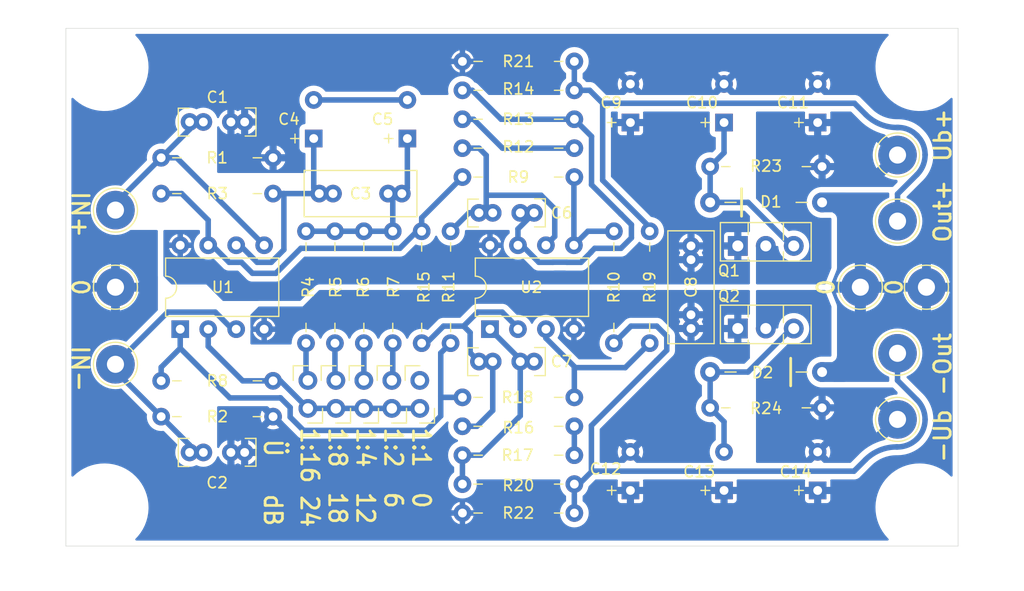
<source format=kicad_pcb>
(kicad_pcb (version 20211014) (generator pcbnew)
  (title_block (title "Thel Sym-Controller 'SYM-C' (as of 2016)") (rev "1.0") (comment 1 "except the GND output solderpins (using the thick ones [2mm] here)") (comment 2 "PCB is not the original -> but like the original = exactly the same component placement") (comment 3 "1 layer PCB / all THT components"))
  (layers (0 "F.Cu" signal) (31 "B.Cu" signal) (34 "B.Paste" user) (35 "F.Paste" user) (36 "B.SilkS" user "B.Silkscreen") (37 "F.SilkS" user "F.Silkscreen") (38 "B.Mask" user) (39 "F.Mask" user) (44 "Edge.Cuts" user))
  (net 0 "")
  (net 1 "Net-(C1-Pad2)")
  (net 2 "GND")
  (net 3 "Net-(U1-Pad3)")
  (net 4 "Net-(U1-Pad6)")
  (net 5 "Net-(R5-Pad1)")
  (net 6 "Net-(C5-Pad1)")
  (net 7 "Net-(R9-Pad1)")
  (net 8 "Net-(U2-Pad7)")
  (net 9 "+UB_r")
  (net 10 "-UB_r")
  (net 11 "Net-(U2-Pad6)")
  (net 12 "Net-(U2-Pad1)")
  (net 13 "Net-(U2-Pad2)")
  (net 14 "Net-(C10-Pad1)")
  (net 15 "Net-(C11-Pad1)")
  (net 16 "Net-(C13-Pad2)")
  (net 17 "Net-(C14-Pad2)")
  (net 18 "Net-(J7-Pad1)")
  (net 19 "Net-(J9-Pad1)")
  (net 21 "Net-(U1-Pad2)")
  (net 22 "Net-(R7-Pad1)")
  (net 23 "Net-(R6-Pad1)")
  (net 24 "Net-(R4-Pad1)")
  (net 25 "Net-(U1-Pad7)")
  (net 26 "Net-(U1-Pad1)")
  (net 27 "Net-(R16-Pad1)")
  (net 28 "Net-(U2-Pad3)")
  (net 29 "Net-(R12-Pad1)")
  (net 30 "Net-(C4-Pad2)")
  (footprint "analoghifi:R_Axial_DIN0207_L6.3mm_D2.5mm_P10.16mm_Horizontal_minSilk" (layer "F.Cu") (at 124.3 123.58 90)
    (fp_text reference "R15")
    (fp_text value "2.2k")
  )
  (footprint "analoghifi:CP_Radial_Black_D8.2mm_H12.0mm_P3.50mm_minimal_silk" (layer "F.Cu") (at 143.25 136.95 90)
    (fp_text reference "C12")
    (fp_text value "220µF/35V")
  )
  (footprint "analoghifi:R_Axial_DIN0207_L6.3mm_D2.5mm_P10.16mm_Horizontal_minSilk" (layer "F.Cu") (at 138.16 100.625 180)
    (fp_text reference "R14")
    (fp_text value "47")
  )
  (footprint "analoghifi:R_Axial_DIN0207_L6.3mm_D2.5mm_P10.16mm_Horizontal_minSilk" (layer "F.Cu") (at 121.675 123.58 90)
    (fp_text reference "R7")
    (fp_text value "2.2k")
  )
  (footprint "analoghifi:R_Axial_DIN0207_L6.3mm_D2.5mm_P10.16mm_Horizontal_minSilk" (layer "F.Cu") (at 119.05 123.58 90)
    (fp_text reference "R6")
    (fp_text value "680")
  )
  (footprint "analoghifi:C_Rect_L7.0mm_W2.5mm_P2.50_5.00mm_min_silk" (layer "F.Cu") (at 134.5 111.75 180)
    (fp_text reference "C6")
    (fp_text value "47pF")
  )
  (footprint "analoghifi:PinHeader_1x02_P2.54mm_Vertical" (layer "F.Cu") (at 124.13 126.96)
    (fp_text reference "JP1" hide)
    (fp_text value "Jumper_2_Open")
  )
  (footprint "analoghifi:Loet_Pin_D1.5mm_L14.0mm" (layer "F.Cu") (at 96.5 118.5)
    (fp_text reference "J5" hide)
    (fp_text value "IN 0 (GND)")
  )
  (footprint "analoghifi:R_Axial_DIN0207_L6.3mm_D2.5mm_P10.16mm_Horizontal_minSilk" (layer "F.Cu") (at 160.65 129.45 180)
    (fp_text reference "R24")
    (fp_text value "4,7k")
  )
  (footprint "analoghifi:R_Axial_DIN0207_L6.3mm_D2.5mm_P10.16mm_Horizontal_minSilk" (layer "F.Cu") (at 116.425 123.58 90)
    (fp_text reference "R5")
    (fp_text value "330")
  )
  (footprint "analoghifi:R_Axial_DIN0207_L6.3mm_D2.5mm_P10.16mm_Horizontal_minSilk" (layer "F.Cu") (at 126.925 113.42 -90)
    (fp_text reference "R11")
    (fp_text value "2.2k")
  )
  (footprint "analoghifi:R_Axial_DIN0207_L6.3mm_D2.5mm_P10.16mm_Horizontal_minSilk" (layer "F.Cu") (at 138.16 128.5 180)
    (fp_text reference "R18")
    (fp_text value "2.2k")
  )
  (footprint "Package_TO_SOT_THT:TO-126-3_Vertical" (layer "F.Cu") (at 153 114.75)
    (fp_text reference "Q1")
    (fp_text value "BD139")
  )
  (footprint "analoghifi:R_Axial_DIN0207_L6.3mm_D2.5mm_P10.16mm_Horizontal_minSilk" (layer "F.Cu") (at 110.81 110 180)
    (fp_text reference "R3")
    (fp_text value "1.1k")
  )
  (footprint "analoghifi:PinHeader_1x02_P2.54mm_Vertical" (layer "F.Cu") (at 116.51 126.96)
    (fp_text reference "JP4" hide)
    (fp_text value "Jumper_2_Open")
  )
  (footprint "analoghifi:R_Axial_DIN0207_L6.3mm_D2.5mm_P10.16mm_Horizontal_minSilk" (layer "F.Cu") (at 100.65 127)
    (fp_text reference "R8")
    (fp_text value "1.1k")
  )
  (footprint "analoghifi:C_Rect_L7.0mm_W2.5mm_P2.50_5.00mm_min_silk" (layer "F.Cu") (at 134.5 125.25 180)
    (fp_text reference "C7")
    (fp_text value "47pF")
  )
  (footprint "analoghifi:R_Axial_DIN0207_L6.3mm_D2.5mm_P10.16mm_Horizontal_minSilk" (layer "F.Cu") (at 100.65 130.25)
    (fp_text reference "R2")
    (fp_text value "47k")
  )
  (footprint "analoghifi:R_Axial_DIN0207_L6.3mm_D2.5mm_P10.16mm_Horizontal_minSilk" (layer "F.Cu") (at 128 133.75)
    (fp_text reference "R17")
    (fp_text value "47")
  )
  (footprint "analoghifi:D_DO-41_SOD81_P10.16mm_Horizontal_minSilk" (layer "F.Cu") (at 150.49 110.8)
    (fp_text reference "D1")
    (fp_text value "18V/1,3W/2%")
  )
  (footprint "analoghifi:PinHeader_1x02_P2.54mm_Vertical" (layer "F.Cu") (at 121.59 126.96)
    (fp_text reference "JP2" hide)
    (fp_text value "Jumper_2_Open")
  )
  (footprint "analoghifi:R_Axial_DIN0207_L6.3mm_D2.5mm_P10.16mm_Horizontal_minSilk" (layer "F.Cu") (at 138.16 105.875 180)
    (fp_text reference "R12")
    (fp_text value "2.2k")
  )
  (footprint "analoghifi:R_Axial_DIN0207_L6.3mm_D2.5mm_P10.16mm_Horizontal_minSilk" (layer "F.Cu") (at 150.49 107.55)
    (fp_text reference "R23")
    (fp_text value "4,7k")
  )
  (footprint "MountingHole:MountingHole_3.2mm_M3" (layer "F.Cu") (at 169.5 98.5)
    (fp_text reference "REF**" hide)
    (fp_text value "MountingHole_3.2mm_M3")
  )
  (footprint "analoghifi:CP_Radial_Black_D8.2mm_H12.0mm_P3.50mm_minimal_silk" (layer "F.Cu") (at 151.75 103.55 90)
    (fp_text reference "C10")
    (fp_text value "220µF/35V")
  )
  (footprint "analoghifi:R_Axial_DIN0207_L6.3mm_D2.5mm_P10.16mm_Horizontal_minSilk" (layer "F.Cu") (at 110.81 106.75 180)
    (fp_text reference "R1")
    (fp_text value "47k")
  )
  (footprint "analoghifi:Loet_Pin_D1.5mm_L14.0mm" (layer "F.Cu") (at 170.125 118.5)
    (fp_text reference "J8" hide)
    (fp_text value "OUT 0 (GND)")
  )
  (footprint "analoghifi:Loet_Pin_D1.5mm_L14.0mm" (layer "F.Cu") (at 96.5 125.5)
    (fp_text reference "J6" hide)
    (fp_text value "IN-")
  )
  (footprint "analoghifi:CP_Radial_Black_D8.2mm_H12.0mm_P3.50mm_minimal_silk" (layer "F.Cu") (at 151.75 136.95 90)
    (fp_text reference "C13")
    (fp_text value "220µF/35V")
  )
  (footprint "analoghifi:Loet_Pin_D1.5mm_L14.0mm" (layer "F.Cu") (at 96.5 111.5)
    (fp_text reference "J4" hide)
    (fp_text value "IN+")
  )
  (footprint "analoghifi:D_DO-41_SOD81_P10.16mm_Horizontal_minSilk" (layer "F.Cu") (at 160.65 126.2 180)
    (fp_text reference "D2")
    (fp_text value "18V/1,3W/2%")
  )
  (footprint "analoghifi:C_Rect_L7.0mm_W2.5mm_P2.50_5.00mm_min_silk" (layer "F.Cu") (at 103.23 133.5)
    (fp_text reference "C2")
    (fp_text value "47pF")
  )
  (footprint "analoghifi:Loet_Pin_D1.5mm_L14.0mm" (layer "F.Cu") (at 167.5 130.5)
    (fp_text reference "J3" hide)
    (fp_text value "-UB")
  )
  (footprint "Package_DIP:DIP-8_W7.62mm" (layer "F.Cu") (at 102.38 122.31 90)
    (fp_text reference "U1")
    (fp_text value "LME49720")
  )
  (footprint "analoghifi:R_Axial_DIN0207_L6.3mm_D2.5mm_P10.16mm_Horizontal_minSilk" (layer "F.Cu") (at 113.8 123.58 90)
    (fp_text reference "R4")
    (fp_text value "150")
  )
  (footprint "analoghifi:R_Axial_DIN0207_L6.3mm_D2.5mm_P10.16mm_Horizontal_minSilk" (layer "F.Cu") (at 141.75 123.58 90)
    (fp_text reference "R10")
    (fp_text value "2.2k")
  )
  (footprint "Package_DIP:DIP-8_W7.62mm" (layer "F.Cu") (at 130.5 122.31 90)
    (fp_text reference "U2")
    (fp_text value "LME49720")
  )
  (footprint "analoghifi:R_Axial_DIN0207_L6.3mm_D2.5mm_P10.16mm_Horizontal_minSilk" (layer "F.Cu") (at 138.16 103.25 180)
    (fp_text reference "R13")
    (fp_text value "47")
  )
  (footprint "analoghifi:C_Rect_L10.0mm_W4.0mm_P5.00_P7.50mm" (layer "F.Cu") (at 115 110)
    (fp_text reference "C3")
    (fp_text value "47nF/MKP")
  )
  (footprint "MountingHole:MountingHole_3.2mm_M3" (layer "F.Cu") (at 95.5 98.5)
    (fp_text reference "REF**" hide)
    (fp_text value "MountingHole_3.2mm_M3")
  )
  (footprint "analoghifi:R_Axial_DIN0207_L6.3mm_D2.5mm_P10.16mm_Horizontal_minSilk" (layer "F.Cu") (at 145 113.42 -90)
    (fp_text reference "R19")
    (fp_text value "2.2k")
  )
  (footprint "analoghifi:CP_Radial_Black_D8.2mm_H12.0mm_P3.50mm_minimal_silk" (layer "F.Cu") (at 114.5 105 90)
    (fp_text reference "C4")
    (fp_text value "330µF/25V")
  )
  (footprint "MountingHole:MountingHole_3.2mm_M3" (layer "F.Cu") (at 95.5 138.5)
    (fp_text reference "REF**" hide)
    (fp_text value "MountingHole_3.2mm_M3")
  )
  (footprint "analoghifi:CP_Radial_Black_D8.2mm_H12.0mm_P3.50mm_minimal_silk" (layer "F.Cu") (at 160.25 136.95 90)
    (fp_text reference "C14")
    (fp_text value "220µF/35V")
  )
  (footprint "analoghifi:Loet_Pin_D1.5mm_L14.0mm" (layer "F.Cu") (at 167.5 124.5)
    (fp_text reference "J9" hide)
    (fp_text value "OUT-")
  )
  (footprint "analoghifi:R_Axial_DIN0207_L6.3mm_D2.5mm_P10.16mm_Horizontal_minSilk" (layer "F.Cu") (at 138.16 136.375 180)
    (fp_text reference "R20")
    (fp_text value "47")
  )
  (footprint "analoghifi:R_Axial_DIN0207_L6.3mm_D2.5mm_P10.16mm_Horizontal_minSilk" (layer "F.Cu") (at 138.16 131.125 180)
    (fp_text reference "R16")
    (fp_text value "2.2k")
  )
  (footprint "analoghifi:R_Axial_DIN0207_L6.3mm_D2.5mm_P10.16mm_Horizontal_minSilk" (layer "F.Cu") (at 138.16 139 180)
    (fp_text reference "R22")
    (fp_text value "4.7k")
  )
  (footprint "analoghifi:C_Rect_L10.0mm_W4.0mm_P5.00_P7.50mm" (layer "F.Cu") (at 148.75 114.75 -90)
    (fp_text reference "C8")
    (fp_text value "47nF/MKP")
  )
  (footprint "analoghifi:CP_Radial_Black_D8.2mm_H12.0mm_P3.50mm_minimal_silk" (layer "F.Cu") (at 143.25 103.55 90)
    (fp_text reference "C9")
    (fp_text value "220µF/35V")
  )
  (footprint "analoghifi:PinHeader_1x02_P2.54mm_Vertical" (layer "F.Cu") (at 113.97 126.96)
    (fp_text reference "JP5" hide)
    (fp_text value "Jumper_2_Open")
  )
  (footprint "analoghifi:CP_Radial_Black_D8.2mm_H12.0mm_P3.50mm_minimal_silk" (layer "F.Cu") (at 123 105 90)
    (fp_text reference "C5")
    (fp_text value "330µF/25V")
  )
  (footprint "analoghifi:PinHeader_1x02_P2.54mm_Vertical" (layer "F.Cu") (at 119.05 126.96)
    (fp_text reference "JP3" hide)
    (fp_text value "Jumper_2_Open")
  )
  (footprint "analoghifi:C_Rect_L7.0mm_W2.5mm_P2.50_5.00mm_min_silk" (layer "F.Cu") (at 108.23 103.5 180)
    (fp_text reference "C1")
    (fp_text value "47pF")
  )
  (footprint "analoghifi:Loet_Pin_D1.5mm_L14.0mm" (layer "F.Cu") (at 167.5 112.5)
    (fp_text reference "J7" hide)
    (fp_text value "OUT+")
  )
  (footprint "analoghifi:R_Axial_DIN0207_L6.3mm_D2.5mm_P10.16mm_Horizontal_minSilk" (layer "F.Cu") (at 128 98)
    (fp_text reference "R21")
    (fp_text value "4.7k")
  )
  (footprint "analoghifi:R_Axial_DIN0207_L6.3mm_D2.5mm_P10.16mm_Horizontal_minSilk" (layer "F.Cu") (at 138.16 108.5 180)
    (fp_text reference "R9")
    (fp_text value "2.2k")
  )
  (footprint "analoghifi:CP_Radial_Black_D8.2mm_H12.0mm_P3.50mm_minimal_silk" (layer "F.Cu") (at 160.25 103.55 90)
    (fp_text reference "C11")
    (fp_text value "220µF/35V")
  )
  (footprint "analoghifi:Loet_Pin_D1.5mm_L14.0mm" (layer "F.Cu") (at 167.5 106.5)
    (fp_text reference "J1" hide)
    (fp_text value "+UB")
  )
  (footprint "analoghifi:Loet_Pin_D1.5mm_L14.0mm" (layer "F.Cu") (at 164.125 118.5)
    (fp_text reference "J2" hide)
    (fp_text value "UB 0 (GND)")
  )
  (footprint "Package_TO_SOT_THT:TO-126-3_Vertical" (layer "F.Cu") (at 153 122.25)
    (fp_text reference "Q2")
    (fp_text value "BD140")
  )
  (footprint "MountingHole:MountingHole_3.2mm_M3" (layer "F.Cu") (at 169.5 138.5)
    (fp_text reference "REF**" hide)
    (fp_text value "MountingHole_3.2mm_M3")
  )
  (gr_line (start 92 95) (end 173 95) (layer "Edge.Cuts") (width 0.05))
  (gr_line (start 173 95) (end 173 142) (layer "Edge.Cuts") (width 0.05))
  (gr_line (start 173 142) (end 92 142) (layer "Edge.Cuts") (width 0.05))
  (gr_line (start 92 142) (end 92 95) (layer "Edge.Cuts") (width 0.05))
  (gr_text "0" (at 93.3 118.5 -90) (layer "F.SilkS") (effects (font (size 1.5 1.5) (thickness 0.25))))
  (gr_text "-Out" (at 171.6 125.5 90) (layer "F.SilkS") (effects (font (size 1.5 1.5) (thickness 0.25))))
  (gr_text "Ub+" (at 171.6 104.7 90) (layer "F.SilkS") (effects (font (size 1.5 1.5) (thickness 0.25))))
  (gr_text "0" (at 161 118.5 90) (layer "F.SilkS") (effects (font (size 1.5 1.5) (thickness 0.25))))
  (gr_text "0" (at 167.2 118.5 90) (layer "F.SilkS") (effects (font (size 1.5 1.5) (thickness 0.25))))
  (gr_text "IN+" (at 93.3 111.9 -90) (layer "F.SilkS") (effects (font (size 1.5 1.5) (thickness 0.25))))
  (gr_text "-Ub" (at 171.6 132 90) (layer "F.SilkS") (effects (font (size 1.5 1.5) (thickness 0.25))))
  (gr_text " Ü   dB" (at 110.8 131 270) (layer "F.SilkS") (effects (font (size 1.575 1.5) (thickness 0.25)) (justify left)))
  (gr_text "IN-" (at 93.3 125.9 -90) (layer "F.SilkS") (effects (font (size 1.5 1.5) (thickness 0.25))))
  (gr_text "Out+" (at 171.6 111.6 90) (layer "F.SilkS") (effects (font (size 1.5 1.5) (thickness 0.25))))
  (gr_text "1:1  0\n1:2  6\n1:4  12\n1:8  18\n1:16 24" (at 119.2 131.1 270) (layer "F.SilkS") (effects (font (size 1.575 1.5) (thickness 0.25)) (justify left)))
  (segment (start 100.65 106.75) (end 102.06 106.75) (width 0.5) (layer "B.Cu") (net 1))
  (segment (start 102.06 106.75) (end 110 114.69) (width 0.5) (layer "B.Cu") (net 1))
  (segment (start 103.23 103.5) (end 104.48 103.5) (width 0.5) (layer "B.Cu") (net 1))
  (segment (start 100.65 106.75) (end 103.23 104.17) (width 0.5) (layer "B.Cu") (net 1))
  (segment (start 96.5 111.5) (end 96.5 110.9) (width 0.5) (layer "B.Cu") (net 1))
  (segment (start 96.5 110.9) (end 100.65 106.75) (width 0.5) (layer "B.Cu") (net 1))
  (segment (start 103.23 104.17) (end 103.23 103.5) (width 0.5) (layer "B.Cu") (net 1))
  (segment (start 160.65 126.2) (end 162.55 126.2) (width 1.8) (layer "B.Cu") (net 2))
  (segment (start 160.65 110.8) (end 162.55 110.8) (width 1.8) (layer "B.Cu") (net 2))
  (segment (start 106.98 133.5) (end 108.23 133.5) (width 0.5) (layer "B.Cu") (net 2))
  (segment (start 106.98 103.5) (end 108.23 103.5) (width 0.5) (layer "B.Cu") (net 2))
  (segment (start 96.5 125.5) (end 96.5 126.1) (width 0.5) (layer "B.Cu") (net 3))
  (segment (start 103.23 132.83) (end 103.23 133.5) (width 0.5) (layer "B.Cu") (net 3))
  (segment (start 107.111341 122.31) (end 105.56183 120.760489) (width 0.5) (layer "B.Cu") (net 3))
  (segment (start 103.23 133.5) (end 104.48 133.5) (width 0.5) (layer "B.Cu") (net 3))
  (segment (start 100.65 130.25) (end 103.23 132.83) (width 0.5) (layer "B.Cu") (net 3))
  (segment (start 101.239511 120.760489) (end 96.5 125.5) (width 0.5) (layer "B.Cu") (net 3))
  (segment (start 105.56183 120.760489) (end 101.239511 120.760489) (width 0.5) (layer "B.Cu") (net 3))
  (segment (start 96.5 126.1) (end 100.65 130.25) (width 0.5) (layer "B.Cu") (net 3))
  (segment (start 107.46 122.31) (end 107.111341 122.31) (width 0.5) (layer "B.Cu") (net 3))
  (segment (start 110.81 110) (end 111.79 110) (width 0.5) (layer "B.Cu") (net 4))
  (segment (start 114.5 105) (end 114.5 109.5) (width 0.5) (layer "B.Cu") (net 4))
  (segment (start 111.79 115.091341) (end 111.79 110) (width 0.5) (layer "B.Cu") (net 4))
  (segment (start 111.79 110) (end 115 110) (width 0.5) (layer "B.Cu") (net 4))
  (segment (start 115 110) (end 116.25 110) (width 0.5) (layer "B.Cu") (net 4))
  (segment (start 114.5 109.5) (end 115 110) (width 0.5) (layer "B.Cu") (net 4))
  (segment (start 107.46 114.69) (end 107.808659 114.69) (width 0.5) (layer "B.Cu") (net 4))
  (segment (start 109.35817 116.239511) (end 110.64183 116.239511) (width 0.5) (layer "B.Cu") (net 4))
  (segment (start 107.808659 114.69) (end 109.35817 116.239511) (width 0.5) (layer "B.Cu") (net 4))
  (segment (start 110.64183 116.239511) (end 111.79 115.091341) (width 0.5) (layer "B.Cu") (net 4))
  (segment (start 116.425 123.58) (end 116.425 126.875) (width 0.5) (layer "B.Cu") (net 5))
  (segment (start 116.425 126.875) (end 116.51 126.96) (width 0.5) (layer "B.Cu") (net 5))
  (segment (start 123 105) (end 123 109.5) (width 0.5) (layer "B.Cu") (net 6))
  (segment (start 113.8 113.42) (end 121.675 113.42) (width 0.5) (layer "B.Cu") (net 6))
  (segment (start 123 109.5) (end 122.5 110) (width 0.5) (layer "B.Cu") (net 6))
  (segment (start 121.25 110) (end 122.5 110) (width 0.5) (layer "B.Cu") (net 6))
  (segment (start 121.675 113.42) (end 121.675 110.425) (width 0.5) (layer "B.Cu") (net 6))
  (segment (start 121.675 110.425) (end 121.25 110) (width 0.5) (layer "B.Cu") (net 6))
  (segment (start 139.39 113.42) (end 138.12 114.69) (width 0.5) (layer "B.Cu") (net 7))
  (segment (start 141.75 113.42) (end 139.39 113.42) (width 0.5) (layer "B.Cu") (net 7))
  (segment (start 138.12 108.54) (end 138.16 108.5) (width 0.5) (layer "B.Cu") (net 7))
  (segment (start 138.12 114.69) (end 138.12 108.54) (width 0.5) (layer "B.Cu") (net 7))
  (segment (start 138.16 103.25) (end 131.51 103.25) (width 0.5) (layer "B.Cu") (net 8))
  (segment (start 136.22183 116.239511) (end 134.93817 116.239511) (width 0.5) (layer "B.Cu") (net 8))
  (segment (start 140.010489 114.969511) (end 139.669511 115.310489) (width 0.5) (layer "B.Cu") (net 8))
  (segment (start 133.25 111.75) (end 134.5 111.75) (width 0.5) (layer "B.Cu") (net 8))
  (segment (start 143.34 114.021341) (end 142.39183 114.969511) (width 0.5) (layer "B.Cu") (net 8))
  (segment (start 131.51 103.25) (end 128.885 100.625) (width 0.5) (layer "B.Cu") (net 8))
  (segment (start 142.39183 114.969511) (end 140.010489 114.969511) (width 0.5) (layer "B.Cu") (net 8))
  (segment (start 139.669511 115.33183) (end 138.76183 116.239511) (width 0.5) (layer "B.Cu") (net 8))
  (segment (start 134.93817 116.239511) (end 133.388659 114.69) (width 0.5) (layer "B.Cu") (net 8))
  (segment (start 139.72 109.2) (end 142.390489 111.870489) (width 0.5) (layer "B.Cu") (net 8))
  (segment (start 137.468659 116.23) (end 136.231341 116.23) (width 0.5) (layer "B.Cu") (net 8))
  (segment (start 137.47817 116.239511) (end 137.468659 116.23) (width 0.5) (layer "B.Cu") (net 8))
  (segment (start 138.76183 116.239511) (end 137.47817 116.239511) (width 0.5) (layer "B.Cu") (net 8))
  (segment (start 128.885 100.625) (end 128 100.625) (width 0.5) (layer "B.Cu") (net 8))
  (segment (start 139.669511 115.310489) (end 139.669511 115.33183) (width 0.5) (layer "B.Cu") (net 8))
  (segment (start 142.390489 111.870489) (end 142.39183 111.870489) (width 0.5) (layer "B.Cu") (net 8))
  (segment (start 142.39183 111.870489) (end 143.34 112.818659) (width 0.5) (layer "B.Cu") (net 8))
  (segment (start 139.72 104.81) (end 139.72 109.2) (width 0.5) (layer "B.Cu") (net 8))
  (segment (start 133.04 113.21) (end 134.5 111.75) (width 0.5) (layer "B.Cu") (net 8))
  (segment (start 136.231341 116.23) (end 136.22183 116.239511) (width 0.5) (layer "B.Cu") (net 8))
  (segment (start 133.04 114.69) (end 133.04 113.21) (width 0.5) (layer "B.Cu") (net 8))
  (segment (start 138.16 103.25) (end 139.72 104.81) (width 0.5) (layer "B.Cu") (net 8))
  (segment (start 133.388659 114.69) (end 133.04 114.69) (width 0.5) (layer "B.Cu") (net 8))
  (segment (start 143.34 112.818659) (end 143.34 114.021341) (width 0.5) (layer "B.Cu") (net 8))
  (segment (start 148.75 114.75) (end 148.75 116) (width 0.5) (layer "B.Cu") (net 9))
  (segment (start 148.75 121) (end 148.75 122.25) (width 0.5) (layer "B.Cu") (net 10))
  (segment (start 130.16 111.09) (end 130.16 110.23) (width 0.5) (layer "B.Cu") (net 11))
  (segment (start 136.379999 113.890001) (end 136.379999 111.389999) (width 0.5) (layer "B.Cu") (net 11))
  (segment (start 129.5 111.75) (end 130.16 111.09) (width 0.5) (layer "B.Cu") (net 11))
  (segment (start 135.14 110.15) (end 130.24 110.15) (width 0.5) (layer "B.Cu") (net 11))
  (segment (start 130.16 110.23) (end 130.16 106.53) (width 0.5) (layer "B.Cu") (net 11))
  (segment (start 128.595 111.75) (end 129.5 111.75) (width 0.5) (layer "B.Cu") (net 11))
  (segment (start 130.16 106.53) (end 129.505 105.875) (width 0.5) (layer "B.Cu") (net 11))
  (segment (start 129.5 111.75) (end 130.75 111.75) (width 0.5) (layer "B.Cu") (net 11))
  (segment (start 129.505 105.875) (end 128 105.875) (width 0.5) (layer "B.Cu") (net 11))
  (segment (start 130.24 110.15) (end 130.16 110.23) (width 0.5) (layer "B.Cu") (net 11))
  (segment (start 136.379999 111.389999) (end 135.14 110.15) (width 0.5) (layer "B.Cu") (net 11))
  (segment (start 126.925 113.42) (end 128.595 111.75) (width 0.5) (layer "B.Cu") (net 11))
  (segment (start 135.58 114.69) (end 136.379999 113.890001) (width 0.5) (layer "B.Cu") (net 11))
  (segment (start 130.5 122.31) (end 133.25 125.06) (width 0.5) (layer "B.Cu") (net 12))
  (segment (start 128 133.75) (end 129.68 133.75) (width 0.5) (layer "B.Cu") (net 12))
  (segment (start 128 133.75) (end 128 136.375) (width 0.5) (layer "B.Cu") (net 12))
  (segment (start 133.25 125.25) (end 134.5 125.25) (width 0.5) (layer "B.Cu") (net 12))
  (segment (start 133.25 130.18) (end 133.25 125.25) (width 0.5) (layer "B.Cu") (net 12))
  (segment (start 133.25 125.06) (end 133.25 125.25) (width 0.5) (layer "B.Cu") (net 12))
  (segment (start 129.68 133.75) (end 133.25 130.18) (width 0.5) (layer "B.Cu") (net 12))
  (segment (start 129.315 131.125) (end 128 131.125) (width 0.5) (layer "B.Cu") (net 13))
  (segment (start 131.610489 120.760489) (end 129.38 120.760489) (width 0.5) (layer "B.Cu") (net 13))
  (segment (start 133.04 122.31) (end 133.04 122.19) (width 0.5) (layer "B.Cu") (net 13))
  (segment (start 129.5 125.25) (end 130.75 125.25) (width 0.5) (layer "B.Cu") (net 13))
  (segment (start 128.11 122.030489) (end 126.28317 122.030489) (width 0.5) (layer "B.Cu") (net 13))
  (segment (start 128.700001 122.62049) (end 128.11 122.030489) (width 0.5) (layer "B.Cu") (net 13))
  (segment (start 130.75 129.69) (end 129.315 131.125) (width 0.5) (layer "B.Cu") (net 13))
  (segment (start 133.04 122.19) (end 131.610489 120.760489) (width 0.5) (layer "B.Cu") (net 13))
  (segment (start 128.700001 124.450001) (end 128.700001 122.62049) (width 0.5) (layer "B.Cu") (net 13))
  (segment (start 129.38 120.760489) (end 128.11 122.030489) (width 0.5) (layer "B.Cu") (net 13))
  (segment (start 129.5 125.25) (end 128.700001 124.450001) (width 0.5) (layer "B.Cu") (net 13))
  (segment (start 130.75 125.25) (end 130.75 129.69) (width 0.5) (layer "B.Cu") (net 13))
  (segment (start 124.733659 123.58) (end 124.3 123.58) (width 0.5) (layer "B.Cu") (net 13))
  (segment (start 126.28317 122.030489) (end 124.733659 123.58) (width 0.5) (layer "B.Cu") (net 13))
  (segment (start 158.08 114.75) (end 157.88 114.75) (width 0.5) (layer "B.Cu") (net 14))
  (segment (start 150.49 107.55) (end 150.49 110.8) (width 0.5) (layer "B.Cu") (net 14))
  (segment (start 153.93 110.8) (end 150.49 110.8) (width 0.5) (layer "B.Cu") (net 14))
  (segment (start 157.88 114.75) (end 153.93 110.8) (width 0.5) (layer "B.Cu") (net 14))
  (segment (start 151.75 106.29) (end 150.49 107.55) (width 0.5) (layer "B.Cu") (net 14))
  (segment (start 151.75 103.55) (end 151.75 106.29) (width 0.5) (layer "B.Cu") (net 14))
  (segment (start 157.872762 122.25) (end 153.922762 126.2) (width 0.5) (layer "B.Cu") (net 16))
  (segment (start 151.75 133.45) (end 151.75 130.71) (width 0.5) (layer "B.Cu") (net 16))
  (segment (start 153.922762 126.2) (end 150.49 126.2) (width 0.5) (layer "B.Cu") (net 16))
  (segment (start 151.75 130.71) (end 150.49 129.45) (width 0.5) (layer "B.Cu") (net 16))
  (segment (start 150.49 126.2) (end 150.49 129.45) (width 0.5) (layer "B.Cu") (net 16))
  (segment (start 158.08 122.25) (end 157.872762 122.25) (width 0.5) (layer "B.Cu") (net 16))
  (segment (start 169.999511 106.500594) (end 169.999511 106.445847) (width 0.5) (layer "B.Cu") (net 18))
  (segment (start 167.5 110.04) (end 169.264171 108.275829) (width 0.5) (layer "B.Cu") (net 18))
  (segment (start 145 113.42) (end 145 113.06) (width 0.5) (layer "B.Cu") (net 18))
  (segment (start 169.256323 104.72148) (end 169.219386 104.684543) (width 0.5) (layer "B.Cu") (net 18))
  (segment (start 167.567983 104.000489) (end 167.442978 104.000489) (width 0.5) (layer "B.Cu") (net 18))
  (segment (start 140.73 101.8) (end 139.555 100.625) (width 0.5) (layer "B.Cu") (net 18))
  (segment (start 167.5 112.5) (end 167.5 110.04) (width 0.5) (layer "B.Cu") (net 18))
  (segment (start 139.555 100.625) (end 138.16 100.625) (width 0.5) (layer "B.Cu") (net 18))
  (segment (start 169.289966 104.755123) (end 169.256323 104.72148) (width 0.5) (layer "B.Cu") (net 18))
  (segment (start 164.622001 102.832001) (end 163.59 101.8) (width 0.5) (layer "B.Cu") (net 18))
  (segment (start 169.305672 104.770829) (end 169.289966 104.755123) (width 0.5) (layer "B.Cu") (net 18))
  (segment (start 145 113.06) (end 140.73 108.79) (width 0.5) (layer "B.Cu") (net 18))
  (segment (start 163.59 101.8) (end 140.73 101.8) (width 0.5) (layer "B.Cu") (net 18))
  (segment (start 138.16 98) (end 138.16 100.625) (width 0.5) (layer "B.Cu") (net 18))
  (segment (start 140.73 108.79) (end 140.73 101.829022) (width 0.5) (layer "B.Cu") (net 18))
  (arc (start 167.442978 104.000489) (mid 165.916276 103.696809) (end 164.622001 102.832001) (width 0.5) (layer "B.Cu") (net 18))
  (arc (start 169.305672 104.770829) (mid 169.819212 105.539339) (end 169.999511 106.445847) (width 0.5) (layer "B.Cu") (net 18))
  (arc (start 169.264171 108.275829) (mid 169.808404 107.461326) (end 169.999511 106.500594) (width 0.5) (layer "B.Cu") (net 18))
  (arc (start 169.219386 104.684543) (mid 168.461707 104.178265) (end 167.567983 104.000489) (width 0.5) (layer "B.Cu") (net 18))
  (segment (start 145.640489 125.129511) (end 139.709511 131.060489) (width 0.5) (layer "B.Cu") (net 19))
  (segment (start 145.64183 122.030489) (end 146.549511 122.93817) (width 0.5) (layer "B.Cu") (net 19))
  (segment (start 167.5 126.96) (end 169.260337 128.720337) (width 0.5) (layer "B.Cu") (net 19))
  (segment (start 163.55 135.2) (end 139.769511 135.2) (width 0.5) (layer "B.Cu") (net 19))
  (segment (start 164.582968 134.167032) (end 163.55 135.2) (width 0.5) (layer "B.Cu") (net 19))
  (segment (start 167.495162 132.999511) (end 167.401615 132.999511) (width 0.5) (layer "B.Cu") (net 19))
  (segment (start 143.299511 122.030489) (end 145.64183 122.030489) (width 0.5) (layer "B.Cu") (net 19))
  (segment (start 138.16 136.375) (end 138.16 139) (width 0.5) (layer "B.Cu") (net 19))
  (segment (start 141.75 123.58) (end 143.299511 122.030489) (width 0.5) (layer "B.Cu") (net 19))
  (segment (start 139.709511 135.26) (end 138.594511 136.375) (width 0.5) (layer "B.Cu") (net 19))
  (segment (start 167.5 124.5) (end 167.5 126.96) (width 0.5) (layer "B.Cu") (net 19))
  (segment (start 139.709511 131.060489) (end 139.709511 135.26) (width 0.5) (layer "B.Cu") (net 19))
  (segment (start 139.769511 135.2) (end 139.709511 135.26) (width 0.5) (layer "B.Cu") (net 19))
  (segment (start 146.549511 124.22183) (end 145.64183 125.129511) (width 0.5) (layer "B.Cu") (net 19))
  (segment (start 138.594511 136.375) (end 138.16 136.375) (width 0.5) (layer "B.Cu") (net 19))
  (segment (start 146.549511 122.93817) (end 146.549511 124.22183) (width 0.5) (layer "B.Cu") (net 19))
  (segment (start 145.64183 125.129511) (end 145.640489 125.129511) (width 0.5) (layer "B.Cu") (net 19))
  (arc (start 167.495162 132.999511) (mid 168.456132 132.808368) (end 169.270851 132.263998) (width 0.5) (layer "B.Cu") (net 19))
  (arc (start 169.260337 128.720337) (mid 169.807406 129.539083) (end 169.999511 130.504916) (width 0.5) (layer "B.Cu") (net 19))
  (arc (start 169.999511 130.504916) (mid 169.810138 131.456929) (end 169.270851 132.263998) (width 0.5) (layer "B.Cu") (net 19))
  (arc (start 164.582968 134.167032) (mid 165.876174 133.302939) (end 167.401615 132.999511) (width 0.5) (layer "B.Cu") (net 19))
  (segment (start 111.47 127) (end 113.97 129.5) (width 0.5) (layer "B.Cu") (net 21))
  (segment (start 104.92 123.87) (end 104.92 122.31) (width 0.5) (layer "B.Cu") (net 21))
  (segment (start 108.05 127) (end 104.92 123.87) (width 0.5) (layer "B.Cu") (net 21))
  (segment (start 110.81 127) (end 108.05 127) (width 0.5) (layer "B.Cu") (net 21))
  (segment (start 113.97 129.5) (end 124.13 129.5) (width 0.5) (layer "B.Cu") (net 21))
  (segment (start 110.81 127) (end 111.47 127) (width 0.5) (layer "B.Cu") (net 21))
  (segment (start 121.675 126.875) (end 121.59 126.96) (width 0.5) (layer "B.Cu") (net 22))
  (segment (start 121.675 123.58) (end 121.675 126.875) (width 0.5) (layer "B.Cu") (net 22))
  (segment (start 119.05 123.58) (end 119.05 126.96) (width 0.5) (layer "B.Cu") (net 23))
  (segment (start 113.8 126.79) (end 113.97 126.96) (width 0.5) (layer "B.Cu") (net 24))
  (segment (start 113.8 123.58) (end 113.8 126.79) (width 0.5) (layer "B.Cu") (net 24))
  (segment (start 124.3 113.42) (end 123.87 113.42) (width 0.5) (layer "B.Cu") (net 25))
  (segment (start 102.51 110) (end 104.92 112.41) (width 0.5) (layer "B.Cu") (net 25))
  (segment (start 113.330489 114.969511) (end 111.060978 117.239022) (width 0.5) (layer "B.Cu") (net 25))
  (segment (start 106.81817 116.239511) (end 105.268659 114.69) (width 0.5) (layer "B.Cu") (net 25))
  (segment (start 122.320489 114.969511) (end 113.330489 114.969511) (width 0.5) (layer "B.Cu") (net 25))
  (segment (start 124.3 113.42) (end 124.3 112.2) (width 0.5) (layer "B.Cu") (net 25))
  (segment (start 111.060978 117.239022) (end 108.939022 117.239022) (width 0.5) (layer "B.Cu") (net 25))
  (segment (start 124.3 112.2) (end 128 108.5) (width 0.5) (layer "B.Cu") (net 25))
  (segment (start 100.65 110) (end 102.51 110) (width 0.5) (layer "B.Cu") (net 25))
  (segment (start 105.268659 114.69) (end 104.92 114.69) (width 0.5) (layer "B.Cu") (net 25))
  (segment (start 123.87 113.42) (end 122.320489 114.969511) (width 0.5) (layer "B.Cu") (net 25))
  (segment (start 108.939022 117.239022) (end 107.939511 116.239511) (width 0.5) (layer "B.Cu") (net 25))
  (segment (start 104.92 112.41) (end 104.92 114.69) (width 0.5) (layer "B.Cu") (net 25))
  (segment (start 107.939511 116.239511) (end 106.81817 116.239511) (width 0.5) (layer "B.Cu") (net 25))
  (segment (start 124.72 131.5) (end 126.03 130.19) (width 0.5) (layer "B.Cu") (net 26))
  (segment (start 102.38 122.31) (end 102.38 124.04) (width 0.5) (layer "B.Cu") (net 26))
  (segment (start 111.461341 128.54) (end 111.48 128.54) (width 0.5) (layer "B.Cu") (net 26))
  (segment (start 112.36 129.42) (end 112.36 130.29) (width 0.5) (layer "B.Cu") (net 26))
  (segment (start 126.03 124.475) (end 126.925 123.58) (width 0.5) (layer "B.Cu") (net 26))
  (segment (start 106.889511 128.549511) (end 111.45183 128.549511) (width 0.5) (layer "B.Cu") (net 26))
  (segment (start 111.48 128.54) (end 112.36 129.42) (width 0.5) (layer "B.Cu") (net 26))
  (segment (start 128 128.5) (end 126.12 128.5) (width 0.5) (layer "B.Cu") (net 26))
  (segment (start 100.65 127) (end 100.65 125.77) (width 0.5) (layer "B.Cu") (net 26))
  (segment (start 113.57 131.5) (end 124.72 131.5) (width 0.5) (layer "B.Cu") (net 26))
  (segment (start 126.12 128.5) (end 126.03 128.41) (width 0.5) (layer "B.Cu") (net 26))
  (segment (start 126.03 128.41) (end 126.03 124.475) (width 0.5) (layer "B.Cu") (net 26))
  (segment (start 112.36 130.29) (end 113.57 131.5) (width 0.5) (layer "B.Cu") (net 26))
  (segment (start 126.03 130.19) (end 126.03 128.41) (width 0.5) (layer "B.Cu") (net 26))
  (segment (start 111.45183 128.549511) (end 111.461341 128.54) (width 0.5) (layer "B.Cu") (net 26))
  (segment (start 100.65 125.77) (end 102.38 124.04) (width 0.5) (layer "B.Cu") (net 26))
  (segment (start 102.38 124.04) (end 106.889511 128.549511) (width 0.5) (layer "B.Cu") (net 26))
  (segment (start 138.16 131.125) (end 138.16 133.75) (width 0.5) (layer "B.Cu") (net 27))
  (segment (start 138.25 125.8) (end 135.58 123.13) (width 0.5) (layer "B.Cu") (net 28))
  (segment (start 145 123.58) (end 142.78 125.8) (width 0.5) (layer "B.Cu") (net 28))
  (segment (start 135.58 123.13) (end 135.58 122.31) (width 0.5) (layer "B.Cu") (net 28))
  (segment (start 138.16 128.5) (end 138.16 125.89) (width 0.5) (layer "B.Cu") (net 28))
  (segment (start 138.16 125.89) (end 138.25 125.8) (width 0.5) (layer "B.Cu") (net 28))
  (segment (start 142.78 125.8) (end 138.25 125.8) (width 0.5) (layer "B.Cu") (net 28))
  (segment (start 138.16 105.875) (end 131.635 105.875) (width 0.5) (layer "B.Cu") (net 29))
  (segment (start 131.635 105.875) (end 129.01 103.25) (width 0.5) (layer "B.Cu") (net 29))
  (segment (start 129.01 103.25) (end 128 103.25) (width 0.5) (layer "B.Cu") (net 29))
  (segment (start 114.5 101.5) (end 123 101.5) (width 0.5) (layer "B.Cu") (net 30))
  (zone (net 9) (net_name "+UB_r") (layer "B.Cu") (priority 4) (connect_pads (clearance 0.5)) (min_thickness 0.2) (fill yes (thermal_gap 0.35) (thermal_bridge_width 0.65))
    (polygon (pts (xy 154.1 118.5) (xy 115 118.5) (xy 113.5 120) (xy 109.75 120) (xy 109.5 119.75) (xy 106.25 119.75) (xy 104.75 118.25) (xy 101.6 118.25) (xy 100.85 117.5) (xy 100.85 113.3) (xy 138.2 113.3) (xy 138.2 101.7) (xy 154.1 101.7)))
  )
  (zone (net 0) (net_name "") (layer "B.Cu") (connect_pads (clearance 0)) (min_thickness 0.2)
    (keepout (tracks allowed) (vias allowed) (pads allowed) (copperpour not_allowed) (footprints allowed))
    (fill (thermal_gap 0.35) (thermal_bridge_width 0.65))
    (polygon (pts (xy 156.68 113.78) (xy 156.68 114.75) (xy 154.65 114.75) (xy 154.65 113.78)))
  )
  (zone (net 0) (net_name "") (layer "B.Cu") (connect_pads (clearance 0)) (min_thickness 0.2)
    (keepout (tracks allowed) (vias allowed) (pads allowed) (copperpour not_allowed) (footprints allowed))
    (fill (thermal_gap 0.35) (thermal_bridge_width 0.65))
    (polygon (pts (xy 105.73 108.55) (xy 105.33 108.55) (xy 105.33 103.5) (xy 105.73 103.5)))
  )
  (zone (net 17) (net_name "Net-(C14-Pad2)") (layer "B.Cu") (priority 3) (connect_pads (clearance 0.5)) (min_thickness 0.2) (fill yes (thermal_gap 0.35) (thermal_bridge_width 0.65))
    (polygon (pts (xy 167.5 133) (xy 165.75 133) (xy 163.5 135.2) (xy 154.65 135.2) (xy 154.65 118.75) (xy 161 118.75) (xy 161 119) (xy 161.5 120.25) (xy 161.5 127.6) (xy 167.5 127.6)))
  )
  (zone (net 0) (net_name "") (layer "B.Cu") (connect_pads (clearance 0)) (min_thickness 0.2)
    (keepout (tracks allowed) (vias allowed) (pads allowed) (copperpour not_allowed) (footprints allowed))
    (fill (thermal_gap 0.35) (thermal_bridge_width 0.65))
    (polygon (pts (xy 161.51 119) (xy 161.26 119) (xy 161.26 118.05) (xy 161.51 118.05)))
  )
  (zone (net 0) (net_name "") (layer "B.Cu") (connect_pads (clearance 0)) (min_thickness 0.2)
    (keepout (tracks allowed) (vias allowed) (pads allowed) (copperpour not_allowed) (footprints allowed))
    (fill (thermal_gap 0.35) (thermal_bridge_width 0.65))
    (polygon (pts (xy 108.15 128.9) (xy 108.15 129.3) (xy 104.07 129.3) (xy 104.07 128.9)))
  )
  (zone (net 0) (net_name "") (layer "B.Cu") (connect_pads (clearance 0)) (min_thickness 0.2)
    (keepout (tracks allowed) (vias allowed) (pads allowed) (copperpour not_allowed) (footprints allowed))
    (fill (thermal_gap 0.35) (thermal_bridge_width 0.65))
    (polygon (pts (xy 100.97 112.9) (xy 100.97 113.3) (xy 96.68 113.3) (xy 96.68 112.9)))
  )
  (zone (net 0) (net_name "") (layer "B.Cu") (connect_pads (clearance 0)) (min_thickness 0.2)
    (keepout (tracks allowed) (vias allowed) (pads allowed) (copperpour not_allowed) (footprints allowed))
    (fill (thermal_gap 0.35) (thermal_bridge_width 0.65))
    (polygon (pts (xy 114.56 108.13) (xy 114.56 108.53) (xy 103.07 108.53) (xy 103.07 108.13)))
  )
  (zone (net 0) (net_name "") (layer "B.Cu") (connect_pads yes (clearance 0)) (min_thickness 0.0254)
    (keepout (tracks allowed) (vias not_allowed) (pads allowed) (copperpour not_allowed) (footprints allowed))
    (fill (thermal_gap 0.508) (thermal_bridge_width 0.508))
    (polygon (pts (xy 173.504629 98.50039) (xy 173.485516 98.109588) (xy 173.428358 97.722516) (xy 173.333701 97.342869) (xy 173.202449 96.97427) (xy 173.035855 96.620239) (xy 172.835508 96.284154) (xy 172.603321 95.969224) (xy 172.341511 95.678454) (xy 172.052576 95.41462) (xy 171.739274 95.18024) (xy 171.404596 94.977552) (xy 171.051737 94.80849) (xy 170.684064 94.674668) (xy 170.305087 94.577364) (xy 169.918423 94.517505) (xy 169.527764 94.495664) (xy 169.136837 94.512048) (xy 168.749376 94.566502) (xy 168.369077 94.658506) (xy 167.999572 94.787182) (xy 167.644386 94.951301) (xy 167.306911 95.149296) (xy 166.990367 95.379279) (xy 166.697776 95.639053) (xy 166.431932 95.926139) (xy 166.195371 96.237797) (xy 165.990351 96.571051) (xy 165.81883 96.922722) (xy 165.682444 97.289452) (xy 165.582496 97.66774) (xy 165.519939 98.053977) (xy 165.495371 98.444474) (xy 165.509026 98.835505) (xy 165.560774 99.223337) (xy 165.650121 99.604269) (xy 165.776214 99.974664) (xy 165.937849 100.330987) (xy 166.133484 100.669836) (xy 166.361251 100.987978) (xy 166.618976 101.282375) (xy 166.904199 101.550217) (xy 167.214198 101.788948) (xy 167.546013 101.996289) (xy 167.896478 102.170261) (xy 168.262246 102.309204) (xy 168.639828 102.411791) (xy 169.025618 102.477042) (xy 169.415934 102.504336) (xy 169.807051 102.493411) (xy 170.195235 102.444372) (xy 170.576782 102.357687) (xy 170.948048 102.234183) (xy 171.30549 102.075039) (xy 171.645697 101.881775) (xy 171.965421 101.656234) (xy 172.26161 101.400571) (xy 172.531437 101.117225) (xy 172.772327 100.8089) (xy 172.981979 100.47854) (xy 173.158394 100.129299) (xy 173.299886 99.764509) (xy 173.405107 99.387653) (xy 173.47305 99.002328) (xy 173.503068 98.612211)))
  )
  (zone (net 0) (net_name "") (layer "B.Cu") (connect_pads yes (clearance 0)) (min_thickness 0.0254)
    (keepout (tracks allowed) (vias not_allowed) (pads allowed) (copperpour not_allowed) (footprints allowed))
    (fill (thermal_gap 0.508) (thermal_bridge_width 0.508))
    (polygon (pts (xy 99.504629 138.50039) (xy 99.485516 138.109588) (xy 99.428358 137.722516) (xy 99.333701 137.342869) (xy 99.202449 136.97427) (xy 99.035855 136.620239) (xy 98.835508 136.284154) (xy 98.603321 135.969224) (xy 98.341511 135.678454) (xy 98.052576 135.41462) (xy 97.739274 135.18024) (xy 97.404596 134.977552) (xy 97.051737 134.80849) (xy 96.684064 134.674668) (xy 96.305087 134.577364) (xy 95.918423 134.517505) (xy 95.527764 134.495664) (xy 95.136837 134.512048) (xy 94.749376 134.566502) (xy 94.369077 134.658506) (xy 93.999572 134.787182) (xy 93.644386 134.951301) (xy 93.306911 135.149296) (xy 92.990367 135.379279) (xy 92.697776 135.639053) (xy 92.431932 135.926139) (xy 92.195371 136.237797) (xy 91.990351 136.571051) (xy 91.81883 136.922722) (xy 91.682444 137.289452) (xy 91.582496 137.66774) (xy 91.519939 138.053977) (xy 91.495371 138.444474) (xy 91.509026 138.835505) (xy 91.560774 139.223337) (xy 91.650121 139.604269) (xy 91.776214 139.974664) (xy 91.937849 140.330987) (xy 92.133484 140.669836) (xy 92.361251 140.987978) (xy 92.618976 141.282375) (xy 92.904199 141.550217) (xy 93.214198 141.788948) (xy 93.546013 141.996289) (xy 93.896478 142.170261) (xy 94.262246 142.309204) (xy 94.639828 142.411791) (xy 95.025618 142.477042) (xy 95.415934 142.504336) (xy 95.807051 142.493411) (xy 96.195235 142.444372) (xy 96.576782 142.357687) (xy 96.948048 142.234183) (xy 97.30549 142.075039) (xy 97.645697 141.881775) (xy 97.965421 141.656234) (xy 98.26161 141.400571) (xy 98.531437 141.117225) (xy 98.772327 140.8089) (xy 98.981979 140.47854) (xy 99.158394 140.129299) (xy 99.299886 139.764509) (xy 99.405107 139.387653) (xy 99.47305 139.002328) (xy 99.503068 138.612211)))
  )
  (zone (net 0) (net_name "") (layer "B.Cu") (connect_pads yes (clearance 0)) (min_thickness 0.0254)
    (keepout (tracks allowed) (vias not_allowed) (pads allowed) (copperpour not_allowed) (footprints allowed))
    (fill (thermal_gap 0.508) (thermal_bridge_width 0.508))
    (polygon (pts (xy 173.504629 138.50039) (xy 173.485516 138.109588) (xy 173.428358 137.722516) (xy 173.333701 137.342869) (xy 173.202449 136.97427) (xy 173.035855 136.620239) (xy 172.835508 136.284154) (xy 172.603321 135.969224) (xy 172.341511 135.678454) (xy 172.052576 135.41462) (xy 171.739274 135.18024) (xy 171.404596 134.977552) (xy 171.051737 134.80849) (xy 170.684064 134.674668) (xy 170.305087 134.577364) (xy 169.918423 134.517505) (xy 169.527764 134.495664) (xy 169.136837 134.512048) (xy 168.749376 134.566502) (xy 168.369077 134.658506) (xy 167.999572 134.787182) (xy 167.644386 134.951301) (xy 167.306911 135.149296) (xy 166.990367 135.379279) (xy 166.697776 135.639053) (xy 166.431932 135.926139) (xy 166.195371 136.237797) (xy 165.990351 136.571051) (xy 165.81883 136.922722) (xy 165.682444 137.289452) (xy 165.582496 137.66774) (xy 165.519939 138.053977) (xy 165.495371 138.444474) (xy 165.509026 138.835505) (xy 165.560774 139.223337) (xy 165.650121 139.604269) (xy 165.776214 139.974664) (xy 165.937849 140.330987) (xy 166.133484 140.669836) (xy 166.361251 140.987978) (xy 166.618976 141.282375) (xy 166.904199 141.550217) (xy 167.214198 141.788948) (xy 167.546013 141.996289) (xy 167.896478 142.170261) (xy 168.262246 142.309204) (xy 168.639828 142.411791) (xy 169.025618 142.477042) (xy 169.415934 142.504336) (xy 169.807051 142.493411) (xy 170.195235 142.444372) (xy 170.576782 142.357687) (xy 170.948048 142.234183) (xy 171.30549 142.075039) (xy 171.645697 141.881775) (xy 171.965421 141.656234) (xy 172.26161 141.400571) (xy 172.531437 141.117225) (xy 172.772327 140.8089) (xy 172.981979 140.47854) (xy 173.158394 140.129299) (xy 173.299886 139.764509) (xy 173.405107 139.387653) (xy 173.47305 139.002328) (xy 173.503068 138.612211)))
  )
  (zone (net 0) (net_name "") (layer "B.Cu") (connect_pads yes (clearance 0)) (min_thickness 0.0254)
    (keepout (tracks allowed) (vias not_allowed) (pads allowed) (copperpour not_allowed) (footprints allowed))
    (fill (thermal_gap 0.508) (thermal_bridge_width 0.508))
    (polygon (pts (xy 99.504629 98.50039) (xy 99.485516 98.109588) (xy 99.428358 97.722516) (xy 99.333701 97.342869) (xy 99.202449 96.97427) (xy 99.035855 96.620239) (xy 98.835508 96.284154) (xy 98.603321 95.969224) (xy 98.341511 95.678454) (xy 98.052576 95.41462) (xy 97.739274 95.18024) (xy 97.404596 94.977552) (xy 97.051737 94.80849) (xy 96.684064 94.674668) (xy 96.305087 94.577364) (xy 95.918423 94.517505) (xy 95.527764 94.495664) (xy 95.136837 94.512048) (xy 94.749376 94.566502) (xy 94.369077 94.658506) (xy 93.999572 94.787182) (xy 93.644386 94.951301) (xy 93.306911 95.149296) (xy 92.990367 95.379279) (xy 92.697776 95.639053) (xy 92.431932 95.926139) (xy 92.195371 96.237797) (xy 91.990351 96.571051) (xy 91.81883 96.922722) (xy 91.682444 97.289452) (xy 91.582496 97.66774) (xy 91.519939 98.053977) (xy 91.495371 98.444474) (xy 91.509026 98.835505) (xy 91.560774 99.223337) (xy 91.650121 99.604269) (xy 91.776214 99.974664) (xy 91.937849 100.330987) (xy 92.133484 100.669836) (xy 92.361251 100.987978) (xy 92.618976 101.282375) (xy 92.904199 101.550217) (xy 93.214198 101.788948) (xy 93.546013 101.996289) (xy 93.896478 102.170261) (xy 94.262246 102.309204) (xy 94.639828 102.411791) (xy 95.025618 102.477042) (xy 95.415934 102.504336) (xy 95.807051 102.493411) (xy 96.195235 102.444372) (xy 96.576782 102.357687) (xy 96.948048 102.234183) (xy 97.30549 102.075039) (xy 97.645697 101.881775) (xy 97.965421 101.656234) (xy 98.26161 101.400571) (xy 98.531437 101.117225) (xy 98.772327 100.8089) (xy 98.981979 100.47854) (xy 99.158394 100.129299) (xy 99.299886 99.764509) (xy 99.405107 99.387653) (xy 99.47305 99.002328) (xy 99.503068 98.612211)))
  )
  (zone (net 0) (net_name "") (layer "B.Cu") (connect_pads (clearance 0)) (min_thickness 0.2)
    (keepout (tracks allowed) (vias allowed) (pads allowed) (copperpour not_allowed) (footprints allowed))
    (fill (thermal_gap 0.35) (thermal_bridge_width 0.65))
    (polygon (pts (xy 100.75 121.1) (xy 100.35 121.1) (xy 100.35 111.04) (xy 100.75 111.04)))
  )
  (zone (net 0) (net_name "") (layer "B.Cu") (connect_pads (clearance 0)) (min_thickness 0.2)
    (keepout (tracks allowed) (vias allowed) (pads allowed) (copperpour not_allowed) (footprints allowed))
    (fill (thermal_gap 0.35) (thermal_bridge_width 0.65))
    (polygon (pts (xy 105.73 133.5) (xy 105.33 133.5) (xy 105.33 129) (xy 105.73 129)))
  )
  (zone (net 2) (net_name "GND") (layer "B.Cu") (connect_pads (clearance 0.5)) (min_thickness 0.2) (fill yes (thermal_gap 0.35) (thermal_bridge_width 0.65))
    (polygon (pts (xy 173 142) (xy 92 142) (xy 92 95) (xy 173 95)))
  )
  (zone (net 0) (net_name "") (layer "B.Cu") (connect_pads (clearance 0)) (min_thickness 0.2)
    (keepout (tracks allowed) (vias allowed) (pads allowed) (copperpour not_allowed) (footprints allowed))
    (fill (thermal_gap 0.35) (thermal_bridge_width 0.65))
    (polygon (pts (xy 114.15 104.34) (xy 113.75 104.34) (xy 113.75 102.2) (xy 114.15 102.2)))
  )
  (zone (net 0) (net_name "") (layer "B.Cu") (connect_pads (clearance 0)) (min_thickness 0.2)
    (keepout (tracks allowed) (vias allowed) (pads allowed) (copperpour not_allowed) (footprints allowed))
    (fill (thermal_gap 0.35) (thermal_bridge_width 0.65))
    (polygon (pts (xy 138.2 101.05) (xy 138.2 101.45) (xy 123.87 101.45) (xy 123.87 101.05)))
  )
  (zone (net 15) (net_name "Net-(C11-Pad1)") (layer "B.Cu") (priority 2) (connect_pads (clearance 0.5)) (min_thickness 0.2) (fill yes (thermal_gap 0.35) (thermal_bridge_width 0.65))
    (polygon (pts (xy 167.5 109.4) (xy 161.5 109.4) (xy 161.5 116.75) (xy 161 118) (xy 161 118.25) (xy 154.65 118.25) (xy 154.65 101.8) (xy 163 101.8) (xy 165.25 104) (xy 167.5 104)))
  )
  (zone (net 0) (net_name "") (layer "B.Cu") (connect_pads (clearance 0)) (min_thickness 0.2)
    (keepout (tracks allowed) (vias allowed) (pads allowed) (copperpour not_allowed) (footprints allowed))
    (fill (thermal_gap 0.35) (thermal_bridge_width 0.65))
    (polygon (pts (xy 138.17 135.55) (xy 138.17 135.95) (xy 128.01 135.95) (xy 128.01 135.55)))
  )
  (zone (net 0) (net_name "") (layer "B.Cu") (connect_pads (clearance 0)) (min_thickness 0.2)
    (keepout (tracks allowed) (vias allowed) (pads allowed) (copperpour not_allowed) (footprints allowed))
    (fill (thermal_gap 0.35) (thermal_bridge_width 0.65))
    (polygon (pts (xy 156.68 122.25) (xy 156.68 123.22) (xy 154.65 123.22) (xy 154.65 122.25)))
  )
  (zone (net 10) (net_name "-UB_r") (layer "B.Cu") (priority 5) (connect_pads (clearance 0.5)) (min_thickness 0.2) (fill yes (thermal_gap 0.35) (thermal_bridge_width 0.65))
    (polygon (pts (xy 154.1 135.2) (xy 138.2 135.2) (xy 138.2 125.7) (xy 136.2 123.7) (xy 108.75 123.7) (xy 108.75 121) (xy 109.5 120.25) (xy 113.5 120.25) (xy 115 118.75) (xy 154.1 118.75)))
  )
)
</source>
